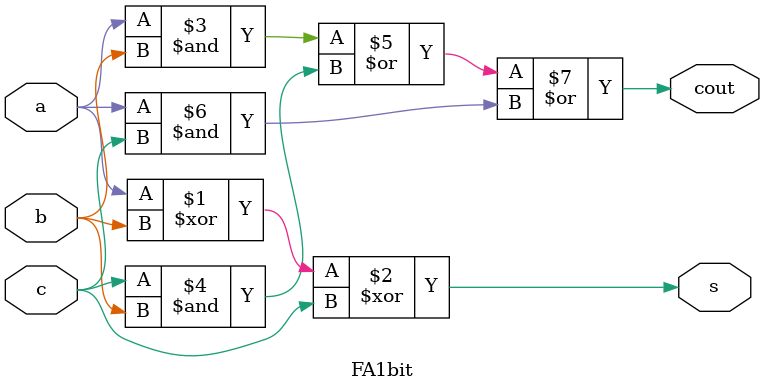
<source format=v>
module CSA64bit(a,b,c,s,cout);
parameter size=16; //size >= 4;
    input[size-1:0] a,b;
    input c;
    output[size-1:0] s;
    output cout;
    wire[size>>2:0] w0;
assign w0[0]=c;
generate
    genvar i;
    for(i=0;i<size;i=i+4)
    begin
        CSA4bit fourbitsca (.a(a[i+:4]),.b(b[i+:4]),.c(w0[i/4]),.s(s[i+:4]),.cout(w0[(i/4)+1]));
    end
endgenerate
assign cout=w0[size>>2];
endmodule

module CSA4bit(a,b,c,s,cout);
    input[3:0] a,b;
    output[3:0] s;
    wire[4:0] w1,w0;
    output cout;
    input c;
FA4bit single_calc [1:0] (.a({a,a}),.b({b,b}),.c({1'b1,1'b0}),.s({w1[3:0],w0[3:0]}),.cout({w1[4],w0[4]}));
genvar i;
generate
    for(i=0;i<4;i=i+1)
    begin
        mux2_1 selector (.d({w1[i],w0[i]}),.s(c),.f(s[i]));
    end
endgenerate
mux2_1 selector_carry (.d({w1[4],w0[4]}),.s(c),.f(cout));
endmodule

module mux2_1(d,s,f);
    input[1:0] d;
    input s;
    output f;    
assign f=s?d[1]:d[0];
endmodule

module FA4bit(a,b,c,s,cout);
    input[3:0] a,b;
    input c;
    wire[3:1] w;
    output[3:0] s;
    output cout;
FA1bit fulladder [3:0] (.a(a),.b(b),.c({w,c}),.s(s),.cout({cout,w})); 
endmodule

module FA1bit(a,b,c,s,cout);
    input a,b,c;
    output s,cout;    
assign s=a^b^c;
assign cout=(a&b)|(c&b)|(a&c);
endmodule
</source>
